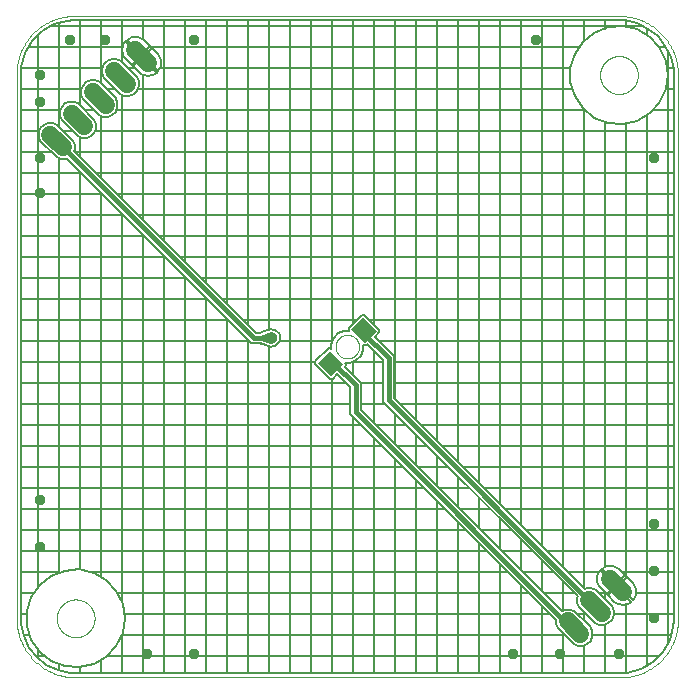
<source format=gbl>
G75*
%MOIN*%
%OFA0B0*%
%FSLAX25Y25*%
%IPPOS*%
%LPD*%
%AMOC8*
5,1,8,0,0,1.08239X$1,22.5*
%
%ADD10C,0.00039*%
%ADD11C,0.00000*%
%ADD12R,0.06299X0.05512*%
%ADD13C,0.06000*%
%ADD14C,0.01600*%
%ADD15C,0.00700*%
%ADD16OC8,0.03562*%
D10*
X0059997Y0061910D02*
X0059997Y0243406D01*
X0060003Y0243872D01*
X0060020Y0244338D01*
X0060048Y0244803D01*
X0060087Y0245268D01*
X0060138Y0245731D01*
X0060199Y0246193D01*
X0060272Y0246654D01*
X0060356Y0247112D01*
X0060451Y0247569D01*
X0060558Y0248023D01*
X0060675Y0248474D01*
X0060802Y0248922D01*
X0060941Y0249367D01*
X0061091Y0249809D01*
X0061251Y0250247D01*
X0061421Y0250681D01*
X0061602Y0251110D01*
X0061793Y0251535D01*
X0061995Y0251956D01*
X0062207Y0252371D01*
X0062428Y0252781D01*
X0062660Y0253186D01*
X0062901Y0253585D01*
X0063152Y0253978D01*
X0063412Y0254365D01*
X0063681Y0254745D01*
X0063960Y0255119D01*
X0064247Y0255486D01*
X0064544Y0255846D01*
X0064848Y0256198D01*
X0065162Y0256543D01*
X0065483Y0256881D01*
X0065813Y0257211D01*
X0066151Y0257532D01*
X0066496Y0257846D01*
X0066848Y0258150D01*
X0067208Y0258447D01*
X0067575Y0258734D01*
X0067949Y0259013D01*
X0068329Y0259282D01*
X0068716Y0259542D01*
X0069109Y0259793D01*
X0069508Y0260034D01*
X0069913Y0260266D01*
X0070323Y0260487D01*
X0070738Y0260699D01*
X0071159Y0260901D01*
X0071584Y0261092D01*
X0072013Y0261273D01*
X0072447Y0261443D01*
X0072885Y0261603D01*
X0073327Y0261753D01*
X0073772Y0261892D01*
X0074220Y0262019D01*
X0074671Y0262136D01*
X0075125Y0262243D01*
X0075582Y0262338D01*
X0076040Y0262422D01*
X0076501Y0262495D01*
X0076963Y0262556D01*
X0077426Y0262607D01*
X0077891Y0262646D01*
X0078356Y0262674D01*
X0078822Y0262691D01*
X0079288Y0262697D01*
X0260784Y0262697D01*
X0261260Y0262691D01*
X0261735Y0262674D01*
X0262210Y0262645D01*
X0262684Y0262605D01*
X0263157Y0262553D01*
X0263628Y0262490D01*
X0264098Y0262416D01*
X0264566Y0262330D01*
X0265032Y0262233D01*
X0265495Y0262125D01*
X0265955Y0262006D01*
X0266413Y0261875D01*
X0266867Y0261734D01*
X0267318Y0261581D01*
X0267764Y0261418D01*
X0268207Y0261244D01*
X0268645Y0261059D01*
X0269079Y0260864D01*
X0269508Y0260658D01*
X0269932Y0260442D01*
X0270351Y0260216D01*
X0270764Y0259980D01*
X0271171Y0259734D01*
X0271572Y0259478D01*
X0271966Y0259212D01*
X0272355Y0258937D01*
X0272736Y0258653D01*
X0273110Y0258360D01*
X0273478Y0258058D01*
X0273838Y0257746D01*
X0274190Y0257427D01*
X0274534Y0257099D01*
X0274871Y0256762D01*
X0275199Y0256418D01*
X0275518Y0256066D01*
X0275830Y0255706D01*
X0276132Y0255338D01*
X0276425Y0254964D01*
X0276709Y0254583D01*
X0276984Y0254194D01*
X0277250Y0253800D01*
X0277506Y0253399D01*
X0277752Y0252992D01*
X0277988Y0252579D01*
X0278214Y0252160D01*
X0278430Y0251736D01*
X0278636Y0251307D01*
X0278831Y0250873D01*
X0279016Y0250435D01*
X0279190Y0249992D01*
X0279353Y0249546D01*
X0279506Y0249095D01*
X0279647Y0248641D01*
X0279778Y0248183D01*
X0279897Y0247723D01*
X0280005Y0247260D01*
X0280102Y0246794D01*
X0280188Y0246326D01*
X0280262Y0245856D01*
X0280325Y0245385D01*
X0280377Y0244912D01*
X0280417Y0244438D01*
X0280446Y0243963D01*
X0280463Y0243488D01*
X0280469Y0243012D01*
X0280469Y0061516D01*
X0280463Y0061050D01*
X0280446Y0060584D01*
X0280418Y0060119D01*
X0280379Y0059654D01*
X0280328Y0059191D01*
X0280267Y0058729D01*
X0280194Y0058268D01*
X0280110Y0057810D01*
X0280015Y0057353D01*
X0279908Y0056899D01*
X0279791Y0056448D01*
X0279664Y0056000D01*
X0279525Y0055555D01*
X0279375Y0055113D01*
X0279215Y0054675D01*
X0279045Y0054241D01*
X0278864Y0053812D01*
X0278673Y0053387D01*
X0278471Y0052966D01*
X0278259Y0052551D01*
X0278038Y0052141D01*
X0277806Y0051736D01*
X0277565Y0051337D01*
X0277314Y0050944D01*
X0277054Y0050557D01*
X0276785Y0050177D01*
X0276506Y0049803D01*
X0276219Y0049436D01*
X0275922Y0049076D01*
X0275618Y0048724D01*
X0275304Y0048379D01*
X0274983Y0048041D01*
X0274653Y0047711D01*
X0274315Y0047390D01*
X0273970Y0047076D01*
X0273618Y0046772D01*
X0273258Y0046475D01*
X0272891Y0046188D01*
X0272517Y0045909D01*
X0272137Y0045640D01*
X0271750Y0045380D01*
X0271357Y0045129D01*
X0270958Y0044888D01*
X0270553Y0044656D01*
X0270143Y0044435D01*
X0269728Y0044223D01*
X0269307Y0044021D01*
X0268882Y0043830D01*
X0268453Y0043649D01*
X0268019Y0043479D01*
X0267581Y0043319D01*
X0267139Y0043169D01*
X0266694Y0043030D01*
X0266246Y0042903D01*
X0265795Y0042786D01*
X0265341Y0042679D01*
X0264884Y0042584D01*
X0264426Y0042500D01*
X0263965Y0042427D01*
X0263503Y0042366D01*
X0263040Y0042315D01*
X0262575Y0042276D01*
X0262110Y0042248D01*
X0261644Y0042231D01*
X0261178Y0042225D01*
X0079682Y0042225D01*
X0079206Y0042231D01*
X0078731Y0042248D01*
X0078256Y0042277D01*
X0077782Y0042317D01*
X0077309Y0042369D01*
X0076838Y0042432D01*
X0076368Y0042506D01*
X0075900Y0042592D01*
X0075434Y0042689D01*
X0074971Y0042797D01*
X0074511Y0042916D01*
X0074053Y0043047D01*
X0073599Y0043188D01*
X0073148Y0043341D01*
X0072702Y0043504D01*
X0072259Y0043678D01*
X0071821Y0043863D01*
X0071387Y0044058D01*
X0070958Y0044264D01*
X0070534Y0044480D01*
X0070115Y0044706D01*
X0069702Y0044942D01*
X0069295Y0045188D01*
X0068894Y0045444D01*
X0068500Y0045710D01*
X0068111Y0045985D01*
X0067730Y0046269D01*
X0067356Y0046562D01*
X0066988Y0046864D01*
X0066628Y0047176D01*
X0066276Y0047495D01*
X0065932Y0047823D01*
X0065595Y0048160D01*
X0065267Y0048504D01*
X0064948Y0048856D01*
X0064636Y0049216D01*
X0064334Y0049584D01*
X0064041Y0049958D01*
X0063757Y0050339D01*
X0063482Y0050728D01*
X0063216Y0051122D01*
X0062960Y0051523D01*
X0062714Y0051930D01*
X0062478Y0052343D01*
X0062252Y0052762D01*
X0062036Y0053186D01*
X0061830Y0053615D01*
X0061635Y0054049D01*
X0061450Y0054487D01*
X0061276Y0054930D01*
X0061113Y0055376D01*
X0060960Y0055827D01*
X0060819Y0056281D01*
X0060688Y0056739D01*
X0060569Y0057199D01*
X0060461Y0057662D01*
X0060364Y0058128D01*
X0060278Y0058596D01*
X0060204Y0059066D01*
X0060141Y0059537D01*
X0060089Y0060010D01*
X0060049Y0060484D01*
X0060020Y0060959D01*
X0060003Y0061434D01*
X0059997Y0061910D01*
D11*
X0073383Y0061910D02*
X0073385Y0062068D01*
X0073391Y0062226D01*
X0073401Y0062384D01*
X0073415Y0062542D01*
X0073433Y0062699D01*
X0073454Y0062856D01*
X0073480Y0063012D01*
X0073510Y0063168D01*
X0073543Y0063323D01*
X0073581Y0063476D01*
X0073622Y0063629D01*
X0073667Y0063781D01*
X0073716Y0063932D01*
X0073769Y0064081D01*
X0073825Y0064229D01*
X0073885Y0064375D01*
X0073949Y0064520D01*
X0074017Y0064663D01*
X0074088Y0064805D01*
X0074162Y0064945D01*
X0074240Y0065082D01*
X0074322Y0065218D01*
X0074406Y0065352D01*
X0074495Y0065483D01*
X0074586Y0065612D01*
X0074681Y0065739D01*
X0074778Y0065864D01*
X0074879Y0065986D01*
X0074983Y0066105D01*
X0075090Y0066222D01*
X0075200Y0066336D01*
X0075313Y0066447D01*
X0075428Y0066556D01*
X0075546Y0066661D01*
X0075667Y0066763D01*
X0075790Y0066863D01*
X0075916Y0066959D01*
X0076044Y0067052D01*
X0076174Y0067142D01*
X0076307Y0067228D01*
X0076442Y0067312D01*
X0076578Y0067391D01*
X0076717Y0067468D01*
X0076858Y0067540D01*
X0077000Y0067610D01*
X0077144Y0067675D01*
X0077290Y0067737D01*
X0077437Y0067795D01*
X0077586Y0067850D01*
X0077736Y0067901D01*
X0077887Y0067948D01*
X0078039Y0067991D01*
X0078192Y0068030D01*
X0078347Y0068066D01*
X0078502Y0068097D01*
X0078658Y0068125D01*
X0078814Y0068149D01*
X0078971Y0068169D01*
X0079129Y0068185D01*
X0079286Y0068197D01*
X0079445Y0068205D01*
X0079603Y0068209D01*
X0079761Y0068209D01*
X0079919Y0068205D01*
X0080078Y0068197D01*
X0080235Y0068185D01*
X0080393Y0068169D01*
X0080550Y0068149D01*
X0080706Y0068125D01*
X0080862Y0068097D01*
X0081017Y0068066D01*
X0081172Y0068030D01*
X0081325Y0067991D01*
X0081477Y0067948D01*
X0081628Y0067901D01*
X0081778Y0067850D01*
X0081927Y0067795D01*
X0082074Y0067737D01*
X0082220Y0067675D01*
X0082364Y0067610D01*
X0082506Y0067540D01*
X0082647Y0067468D01*
X0082786Y0067391D01*
X0082922Y0067312D01*
X0083057Y0067228D01*
X0083190Y0067142D01*
X0083320Y0067052D01*
X0083448Y0066959D01*
X0083574Y0066863D01*
X0083697Y0066763D01*
X0083818Y0066661D01*
X0083936Y0066556D01*
X0084051Y0066447D01*
X0084164Y0066336D01*
X0084274Y0066222D01*
X0084381Y0066105D01*
X0084485Y0065986D01*
X0084586Y0065864D01*
X0084683Y0065739D01*
X0084778Y0065612D01*
X0084869Y0065483D01*
X0084958Y0065352D01*
X0085042Y0065218D01*
X0085124Y0065082D01*
X0085202Y0064945D01*
X0085276Y0064805D01*
X0085347Y0064663D01*
X0085415Y0064520D01*
X0085479Y0064375D01*
X0085539Y0064229D01*
X0085595Y0064081D01*
X0085648Y0063932D01*
X0085697Y0063781D01*
X0085742Y0063629D01*
X0085783Y0063476D01*
X0085821Y0063323D01*
X0085854Y0063168D01*
X0085884Y0063012D01*
X0085910Y0062856D01*
X0085931Y0062699D01*
X0085949Y0062542D01*
X0085963Y0062384D01*
X0085973Y0062226D01*
X0085979Y0062068D01*
X0085981Y0061910D01*
X0085979Y0061752D01*
X0085973Y0061594D01*
X0085963Y0061436D01*
X0085949Y0061278D01*
X0085931Y0061121D01*
X0085910Y0060964D01*
X0085884Y0060808D01*
X0085854Y0060652D01*
X0085821Y0060497D01*
X0085783Y0060344D01*
X0085742Y0060191D01*
X0085697Y0060039D01*
X0085648Y0059888D01*
X0085595Y0059739D01*
X0085539Y0059591D01*
X0085479Y0059445D01*
X0085415Y0059300D01*
X0085347Y0059157D01*
X0085276Y0059015D01*
X0085202Y0058875D01*
X0085124Y0058738D01*
X0085042Y0058602D01*
X0084958Y0058468D01*
X0084869Y0058337D01*
X0084778Y0058208D01*
X0084683Y0058081D01*
X0084586Y0057956D01*
X0084485Y0057834D01*
X0084381Y0057715D01*
X0084274Y0057598D01*
X0084164Y0057484D01*
X0084051Y0057373D01*
X0083936Y0057264D01*
X0083818Y0057159D01*
X0083697Y0057057D01*
X0083574Y0056957D01*
X0083448Y0056861D01*
X0083320Y0056768D01*
X0083190Y0056678D01*
X0083057Y0056592D01*
X0082922Y0056508D01*
X0082786Y0056429D01*
X0082647Y0056352D01*
X0082506Y0056280D01*
X0082364Y0056210D01*
X0082220Y0056145D01*
X0082074Y0056083D01*
X0081927Y0056025D01*
X0081778Y0055970D01*
X0081628Y0055919D01*
X0081477Y0055872D01*
X0081325Y0055829D01*
X0081172Y0055790D01*
X0081017Y0055754D01*
X0080862Y0055723D01*
X0080706Y0055695D01*
X0080550Y0055671D01*
X0080393Y0055651D01*
X0080235Y0055635D01*
X0080078Y0055623D01*
X0079919Y0055615D01*
X0079761Y0055611D01*
X0079603Y0055611D01*
X0079445Y0055615D01*
X0079286Y0055623D01*
X0079129Y0055635D01*
X0078971Y0055651D01*
X0078814Y0055671D01*
X0078658Y0055695D01*
X0078502Y0055723D01*
X0078347Y0055754D01*
X0078192Y0055790D01*
X0078039Y0055829D01*
X0077887Y0055872D01*
X0077736Y0055919D01*
X0077586Y0055970D01*
X0077437Y0056025D01*
X0077290Y0056083D01*
X0077144Y0056145D01*
X0077000Y0056210D01*
X0076858Y0056280D01*
X0076717Y0056352D01*
X0076578Y0056429D01*
X0076442Y0056508D01*
X0076307Y0056592D01*
X0076174Y0056678D01*
X0076044Y0056768D01*
X0075916Y0056861D01*
X0075790Y0056957D01*
X0075667Y0057057D01*
X0075546Y0057159D01*
X0075428Y0057264D01*
X0075313Y0057373D01*
X0075200Y0057484D01*
X0075090Y0057598D01*
X0074983Y0057715D01*
X0074879Y0057834D01*
X0074778Y0057956D01*
X0074681Y0058081D01*
X0074586Y0058208D01*
X0074495Y0058337D01*
X0074406Y0058468D01*
X0074322Y0058602D01*
X0074240Y0058738D01*
X0074162Y0058875D01*
X0074088Y0059015D01*
X0074017Y0059157D01*
X0073949Y0059300D01*
X0073885Y0059445D01*
X0073825Y0059591D01*
X0073769Y0059739D01*
X0073716Y0059888D01*
X0073667Y0060039D01*
X0073622Y0060191D01*
X0073581Y0060344D01*
X0073543Y0060497D01*
X0073510Y0060652D01*
X0073480Y0060808D01*
X0073454Y0060964D01*
X0073433Y0061121D01*
X0073415Y0061278D01*
X0073401Y0061436D01*
X0073391Y0061594D01*
X0073385Y0061752D01*
X0073383Y0061910D01*
X0166296Y0152461D02*
X0166298Y0152586D01*
X0166304Y0152711D01*
X0166314Y0152835D01*
X0166328Y0152959D01*
X0166345Y0153083D01*
X0166367Y0153206D01*
X0166393Y0153328D01*
X0166422Y0153450D01*
X0166455Y0153570D01*
X0166493Y0153689D01*
X0166533Y0153808D01*
X0166578Y0153924D01*
X0166626Y0154039D01*
X0166678Y0154153D01*
X0166734Y0154265D01*
X0166793Y0154375D01*
X0166855Y0154483D01*
X0166921Y0154590D01*
X0166990Y0154694D01*
X0167063Y0154795D01*
X0167138Y0154895D01*
X0167217Y0154992D01*
X0167299Y0155086D01*
X0167384Y0155178D01*
X0167471Y0155267D01*
X0167562Y0155353D01*
X0167655Y0155436D01*
X0167751Y0155517D01*
X0167849Y0155594D01*
X0167949Y0155668D01*
X0168052Y0155739D01*
X0168157Y0155806D01*
X0168265Y0155871D01*
X0168374Y0155931D01*
X0168485Y0155989D01*
X0168598Y0156042D01*
X0168712Y0156092D01*
X0168828Y0156139D01*
X0168945Y0156181D01*
X0169064Y0156220D01*
X0169184Y0156256D01*
X0169305Y0156287D01*
X0169427Y0156315D01*
X0169549Y0156338D01*
X0169673Y0156358D01*
X0169797Y0156374D01*
X0169921Y0156386D01*
X0170046Y0156394D01*
X0170171Y0156398D01*
X0170295Y0156398D01*
X0170420Y0156394D01*
X0170545Y0156386D01*
X0170669Y0156374D01*
X0170793Y0156358D01*
X0170917Y0156338D01*
X0171039Y0156315D01*
X0171161Y0156287D01*
X0171282Y0156256D01*
X0171402Y0156220D01*
X0171521Y0156181D01*
X0171638Y0156139D01*
X0171754Y0156092D01*
X0171868Y0156042D01*
X0171981Y0155989D01*
X0172092Y0155931D01*
X0172202Y0155871D01*
X0172309Y0155806D01*
X0172414Y0155739D01*
X0172517Y0155668D01*
X0172617Y0155594D01*
X0172715Y0155517D01*
X0172811Y0155436D01*
X0172904Y0155353D01*
X0172995Y0155267D01*
X0173082Y0155178D01*
X0173167Y0155086D01*
X0173249Y0154992D01*
X0173328Y0154895D01*
X0173403Y0154795D01*
X0173476Y0154694D01*
X0173545Y0154590D01*
X0173611Y0154483D01*
X0173673Y0154375D01*
X0173732Y0154265D01*
X0173788Y0154153D01*
X0173840Y0154039D01*
X0173888Y0153924D01*
X0173933Y0153808D01*
X0173973Y0153689D01*
X0174011Y0153570D01*
X0174044Y0153450D01*
X0174073Y0153328D01*
X0174099Y0153206D01*
X0174121Y0153083D01*
X0174138Y0152959D01*
X0174152Y0152835D01*
X0174162Y0152711D01*
X0174168Y0152586D01*
X0174170Y0152461D01*
X0174168Y0152336D01*
X0174162Y0152211D01*
X0174152Y0152087D01*
X0174138Y0151963D01*
X0174121Y0151839D01*
X0174099Y0151716D01*
X0174073Y0151594D01*
X0174044Y0151472D01*
X0174011Y0151352D01*
X0173973Y0151233D01*
X0173933Y0151114D01*
X0173888Y0150998D01*
X0173840Y0150883D01*
X0173788Y0150769D01*
X0173732Y0150657D01*
X0173673Y0150547D01*
X0173611Y0150439D01*
X0173545Y0150332D01*
X0173476Y0150228D01*
X0173403Y0150127D01*
X0173328Y0150027D01*
X0173249Y0149930D01*
X0173167Y0149836D01*
X0173082Y0149744D01*
X0172995Y0149655D01*
X0172904Y0149569D01*
X0172811Y0149486D01*
X0172715Y0149405D01*
X0172617Y0149328D01*
X0172517Y0149254D01*
X0172414Y0149183D01*
X0172309Y0149116D01*
X0172201Y0149051D01*
X0172092Y0148991D01*
X0171981Y0148933D01*
X0171868Y0148880D01*
X0171754Y0148830D01*
X0171638Y0148783D01*
X0171521Y0148741D01*
X0171402Y0148702D01*
X0171282Y0148666D01*
X0171161Y0148635D01*
X0171039Y0148607D01*
X0170917Y0148584D01*
X0170793Y0148564D01*
X0170669Y0148548D01*
X0170545Y0148536D01*
X0170420Y0148528D01*
X0170295Y0148524D01*
X0170171Y0148524D01*
X0170046Y0148528D01*
X0169921Y0148536D01*
X0169797Y0148548D01*
X0169673Y0148564D01*
X0169549Y0148584D01*
X0169427Y0148607D01*
X0169305Y0148635D01*
X0169184Y0148666D01*
X0169064Y0148702D01*
X0168945Y0148741D01*
X0168828Y0148783D01*
X0168712Y0148830D01*
X0168598Y0148880D01*
X0168485Y0148933D01*
X0168374Y0148991D01*
X0168264Y0149051D01*
X0168157Y0149116D01*
X0168052Y0149183D01*
X0167949Y0149254D01*
X0167849Y0149328D01*
X0167751Y0149405D01*
X0167655Y0149486D01*
X0167562Y0149569D01*
X0167471Y0149655D01*
X0167384Y0149744D01*
X0167299Y0149836D01*
X0167217Y0149930D01*
X0167138Y0150027D01*
X0167063Y0150127D01*
X0166990Y0150228D01*
X0166921Y0150332D01*
X0166855Y0150439D01*
X0166793Y0150547D01*
X0166734Y0150657D01*
X0166678Y0150769D01*
X0166626Y0150883D01*
X0166578Y0150998D01*
X0166533Y0151114D01*
X0166493Y0151233D01*
X0166455Y0151352D01*
X0166422Y0151472D01*
X0166393Y0151594D01*
X0166367Y0151716D01*
X0166345Y0151839D01*
X0166328Y0151963D01*
X0166314Y0152087D01*
X0166304Y0152211D01*
X0166298Y0152336D01*
X0166296Y0152461D01*
X0254485Y0243012D02*
X0254487Y0243170D01*
X0254493Y0243328D01*
X0254503Y0243486D01*
X0254517Y0243644D01*
X0254535Y0243801D01*
X0254556Y0243958D01*
X0254582Y0244114D01*
X0254612Y0244270D01*
X0254645Y0244425D01*
X0254683Y0244578D01*
X0254724Y0244731D01*
X0254769Y0244883D01*
X0254818Y0245034D01*
X0254871Y0245183D01*
X0254927Y0245331D01*
X0254987Y0245477D01*
X0255051Y0245622D01*
X0255119Y0245765D01*
X0255190Y0245907D01*
X0255264Y0246047D01*
X0255342Y0246184D01*
X0255424Y0246320D01*
X0255508Y0246454D01*
X0255597Y0246585D01*
X0255688Y0246714D01*
X0255783Y0246841D01*
X0255880Y0246966D01*
X0255981Y0247088D01*
X0256085Y0247207D01*
X0256192Y0247324D01*
X0256302Y0247438D01*
X0256415Y0247549D01*
X0256530Y0247658D01*
X0256648Y0247763D01*
X0256769Y0247865D01*
X0256892Y0247965D01*
X0257018Y0248061D01*
X0257146Y0248154D01*
X0257276Y0248244D01*
X0257409Y0248330D01*
X0257544Y0248414D01*
X0257680Y0248493D01*
X0257819Y0248570D01*
X0257960Y0248642D01*
X0258102Y0248712D01*
X0258246Y0248777D01*
X0258392Y0248839D01*
X0258539Y0248897D01*
X0258688Y0248952D01*
X0258838Y0249003D01*
X0258989Y0249050D01*
X0259141Y0249093D01*
X0259294Y0249132D01*
X0259449Y0249168D01*
X0259604Y0249199D01*
X0259760Y0249227D01*
X0259916Y0249251D01*
X0260073Y0249271D01*
X0260231Y0249287D01*
X0260388Y0249299D01*
X0260547Y0249307D01*
X0260705Y0249311D01*
X0260863Y0249311D01*
X0261021Y0249307D01*
X0261180Y0249299D01*
X0261337Y0249287D01*
X0261495Y0249271D01*
X0261652Y0249251D01*
X0261808Y0249227D01*
X0261964Y0249199D01*
X0262119Y0249168D01*
X0262274Y0249132D01*
X0262427Y0249093D01*
X0262579Y0249050D01*
X0262730Y0249003D01*
X0262880Y0248952D01*
X0263029Y0248897D01*
X0263176Y0248839D01*
X0263322Y0248777D01*
X0263466Y0248712D01*
X0263608Y0248642D01*
X0263749Y0248570D01*
X0263888Y0248493D01*
X0264024Y0248414D01*
X0264159Y0248330D01*
X0264292Y0248244D01*
X0264422Y0248154D01*
X0264550Y0248061D01*
X0264676Y0247965D01*
X0264799Y0247865D01*
X0264920Y0247763D01*
X0265038Y0247658D01*
X0265153Y0247549D01*
X0265266Y0247438D01*
X0265376Y0247324D01*
X0265483Y0247207D01*
X0265587Y0247088D01*
X0265688Y0246966D01*
X0265785Y0246841D01*
X0265880Y0246714D01*
X0265971Y0246585D01*
X0266060Y0246454D01*
X0266144Y0246320D01*
X0266226Y0246184D01*
X0266304Y0246047D01*
X0266378Y0245907D01*
X0266449Y0245765D01*
X0266517Y0245622D01*
X0266581Y0245477D01*
X0266641Y0245331D01*
X0266697Y0245183D01*
X0266750Y0245034D01*
X0266799Y0244883D01*
X0266844Y0244731D01*
X0266885Y0244578D01*
X0266923Y0244425D01*
X0266956Y0244270D01*
X0266986Y0244114D01*
X0267012Y0243958D01*
X0267033Y0243801D01*
X0267051Y0243644D01*
X0267065Y0243486D01*
X0267075Y0243328D01*
X0267081Y0243170D01*
X0267083Y0243012D01*
X0267081Y0242854D01*
X0267075Y0242696D01*
X0267065Y0242538D01*
X0267051Y0242380D01*
X0267033Y0242223D01*
X0267012Y0242066D01*
X0266986Y0241910D01*
X0266956Y0241754D01*
X0266923Y0241599D01*
X0266885Y0241446D01*
X0266844Y0241293D01*
X0266799Y0241141D01*
X0266750Y0240990D01*
X0266697Y0240841D01*
X0266641Y0240693D01*
X0266581Y0240547D01*
X0266517Y0240402D01*
X0266449Y0240259D01*
X0266378Y0240117D01*
X0266304Y0239977D01*
X0266226Y0239840D01*
X0266144Y0239704D01*
X0266060Y0239570D01*
X0265971Y0239439D01*
X0265880Y0239310D01*
X0265785Y0239183D01*
X0265688Y0239058D01*
X0265587Y0238936D01*
X0265483Y0238817D01*
X0265376Y0238700D01*
X0265266Y0238586D01*
X0265153Y0238475D01*
X0265038Y0238366D01*
X0264920Y0238261D01*
X0264799Y0238159D01*
X0264676Y0238059D01*
X0264550Y0237963D01*
X0264422Y0237870D01*
X0264292Y0237780D01*
X0264159Y0237694D01*
X0264024Y0237610D01*
X0263888Y0237531D01*
X0263749Y0237454D01*
X0263608Y0237382D01*
X0263466Y0237312D01*
X0263322Y0237247D01*
X0263176Y0237185D01*
X0263029Y0237127D01*
X0262880Y0237072D01*
X0262730Y0237021D01*
X0262579Y0236974D01*
X0262427Y0236931D01*
X0262274Y0236892D01*
X0262119Y0236856D01*
X0261964Y0236825D01*
X0261808Y0236797D01*
X0261652Y0236773D01*
X0261495Y0236753D01*
X0261337Y0236737D01*
X0261180Y0236725D01*
X0261021Y0236717D01*
X0260863Y0236713D01*
X0260705Y0236713D01*
X0260547Y0236717D01*
X0260388Y0236725D01*
X0260231Y0236737D01*
X0260073Y0236753D01*
X0259916Y0236773D01*
X0259760Y0236797D01*
X0259604Y0236825D01*
X0259449Y0236856D01*
X0259294Y0236892D01*
X0259141Y0236931D01*
X0258989Y0236974D01*
X0258838Y0237021D01*
X0258688Y0237072D01*
X0258539Y0237127D01*
X0258392Y0237185D01*
X0258246Y0237247D01*
X0258102Y0237312D01*
X0257960Y0237382D01*
X0257819Y0237454D01*
X0257680Y0237531D01*
X0257544Y0237610D01*
X0257409Y0237694D01*
X0257276Y0237780D01*
X0257146Y0237870D01*
X0257018Y0237963D01*
X0256892Y0238059D01*
X0256769Y0238159D01*
X0256648Y0238261D01*
X0256530Y0238366D01*
X0256415Y0238475D01*
X0256302Y0238586D01*
X0256192Y0238700D01*
X0256085Y0238817D01*
X0255981Y0238936D01*
X0255880Y0239058D01*
X0255783Y0239183D01*
X0255688Y0239310D01*
X0255597Y0239439D01*
X0255508Y0239570D01*
X0255424Y0239704D01*
X0255342Y0239840D01*
X0255264Y0239977D01*
X0255190Y0240117D01*
X0255119Y0240259D01*
X0255051Y0240402D01*
X0254987Y0240547D01*
X0254927Y0240693D01*
X0254871Y0240841D01*
X0254818Y0240990D01*
X0254769Y0241141D01*
X0254724Y0241293D01*
X0254683Y0241446D01*
X0254645Y0241599D01*
X0254612Y0241754D01*
X0254582Y0241910D01*
X0254556Y0242066D01*
X0254535Y0242223D01*
X0254517Y0242380D01*
X0254503Y0242538D01*
X0254493Y0242696D01*
X0254487Y0242854D01*
X0254485Y0243012D01*
D12*
G36*
X0175524Y0162204D02*
X0179976Y0157752D01*
X0176078Y0153854D01*
X0171626Y0158306D01*
X0175524Y0162204D01*
G37*
G36*
X0164388Y0151068D02*
X0168840Y0146616D01*
X0164942Y0142718D01*
X0160490Y0147170D01*
X0164388Y0151068D01*
G37*
D13*
X0082606Y0225946D02*
X0078363Y0230189D01*
X0071292Y0223117D02*
X0075535Y0218875D01*
X0089677Y0233017D02*
X0085434Y0237260D01*
X0092506Y0244331D02*
X0096748Y0240088D01*
X0103819Y0247159D02*
X0099577Y0251402D01*
X0257860Y0075039D02*
X0262102Y0070797D01*
X0255031Y0063726D02*
X0250789Y0067968D01*
X0243718Y0060897D02*
X0247960Y0056655D01*
D14*
X0246808Y0056792D02*
X0246808Y0057807D01*
X0245839Y0058776D01*
X0246808Y0056792D02*
X0172989Y0130611D01*
X0172989Y0139666D01*
X0165222Y0147433D01*
X0164665Y0146893D01*
X0175261Y0157472D02*
X0184012Y0148721D01*
X0184012Y0134745D01*
X0252910Y0065847D01*
X0175261Y0157472D02*
X0175801Y0158029D01*
X0145036Y0155414D02*
X0144642Y0156527D01*
X0141493Y0155414D01*
X0144642Y0154300D01*
X0145036Y0155414D01*
X0141493Y0155414D01*
X0138996Y0155414D01*
X0073414Y0220996D01*
D15*
X0062394Y0055861D02*
X0064174Y0052166D01*
X0066731Y0048959D01*
X0069937Y0046402D01*
X0073633Y0044622D01*
X0077631Y0043710D01*
X0079682Y0043595D01*
X0261178Y0043595D01*
X0263517Y0043748D01*
X0268036Y0044959D01*
X0272088Y0047298D01*
X0275396Y0050606D01*
X0277735Y0054658D01*
X0278946Y0059177D01*
X0279099Y0061516D01*
X0279099Y0243012D01*
X0278984Y0245063D01*
X0278072Y0249062D01*
X0276292Y0252757D01*
X0273735Y0255963D01*
X0270528Y0258520D01*
X0266833Y0260300D01*
X0262835Y0261213D01*
X0260784Y0261328D01*
X0079288Y0261328D01*
X0076949Y0261174D01*
X0072430Y0259963D01*
X0068378Y0257624D01*
X0065070Y0254316D01*
X0065070Y0254316D01*
X0062731Y0250264D01*
X0061520Y0245745D01*
X0061366Y0243406D01*
X0061366Y0061910D01*
X0061482Y0059859D01*
X0062394Y0055861D01*
X0062311Y0056225D02*
X0064516Y0056225D01*
X0064951Y0054816D02*
X0063514Y0059473D01*
X0063514Y0064347D01*
X0064951Y0069004D01*
X0067696Y0073031D01*
X0067696Y0073031D01*
X0071507Y0076069D01*
X0071507Y0076069D01*
X0076044Y0077850D01*
X0076044Y0077850D01*
X0080904Y0078214D01*
X0080904Y0078214D01*
X0085655Y0077130D01*
X0085655Y0077130D01*
X0089876Y0074693D01*
X0089876Y0074693D01*
X0093191Y0071120D01*
X0093191Y0071120D01*
X0095305Y0066729D01*
X0095305Y0066729D01*
X0096032Y0061910D01*
X0095305Y0057091D01*
X0095305Y0057091D01*
X0093191Y0052700D01*
X0093191Y0052700D01*
X0089876Y0049127D01*
X0089876Y0049127D01*
X0085655Y0046690D01*
X0085655Y0046690D01*
X0080904Y0045606D01*
X0080904Y0045606D01*
X0076044Y0045970D01*
X0076044Y0045970D01*
X0071507Y0047750D01*
X0071507Y0047750D01*
X0067696Y0050789D01*
X0067696Y0050789D01*
X0067696Y0050789D01*
X0064951Y0054816D01*
X0066997Y0051815D02*
X0066997Y0048747D01*
X0066519Y0049225D02*
X0069658Y0049225D01*
X0073997Y0046773D02*
X0073997Y0044539D01*
X0080997Y0043595D02*
X0080997Y0045627D01*
X0087997Y0043595D02*
X0087997Y0048042D01*
X0089967Y0049225D02*
X0274015Y0049225D01*
X0276997Y0053379D02*
X0276997Y0242101D01*
X0277134Y0243012D02*
X0276408Y0238193D01*
X0274293Y0233802D01*
X0274293Y0233802D01*
X0270978Y0230229D01*
X0270978Y0230229D01*
X0270978Y0230229D01*
X0266757Y0227793D01*
X0266757Y0227793D01*
X0262006Y0226708D01*
X0262006Y0226708D01*
X0257146Y0227072D01*
X0257146Y0227072D01*
X0252609Y0228853D01*
X0252609Y0228853D01*
X0248799Y0231892D01*
X0248799Y0231892D01*
X0248799Y0231892D01*
X0246053Y0235918D01*
X0246053Y0235918D01*
X0244617Y0240575D01*
X0244617Y0245449D01*
X0246053Y0250106D01*
X0246053Y0250106D01*
X0248799Y0254133D01*
X0248799Y0254133D01*
X0248799Y0254133D01*
X0252609Y0257172D01*
X0252609Y0257172D01*
X0257146Y0258952D01*
X0257146Y0258952D01*
X0262006Y0259317D01*
X0262006Y0259317D01*
X0266757Y0258232D01*
X0266757Y0258232D01*
X0270978Y0255795D01*
X0270978Y0255795D01*
X0274293Y0252223D01*
X0274293Y0252223D01*
X0276408Y0247832D01*
X0276408Y0247832D01*
X0277134Y0243012D01*
X0276997Y0243924D02*
X0276997Y0251294D01*
X0276548Y0252225D02*
X0274291Y0252225D01*
X0269997Y0256362D02*
X0269997Y0258776D01*
X0269065Y0259225D02*
X0262408Y0259225D01*
X0262997Y0259090D02*
X0262997Y0261176D01*
X0260783Y0259225D02*
X0071151Y0259225D01*
X0073997Y0260383D02*
X0073997Y0225999D01*
X0073530Y0226466D02*
X0072078Y0227067D01*
X0070507Y0227067D01*
X0069055Y0226466D01*
X0067944Y0225355D01*
X0067342Y0223903D01*
X0067342Y0222332D01*
X0067944Y0220880D01*
X0073297Y0215526D01*
X0074749Y0214925D01*
X0076321Y0214925D01*
X0076808Y0215127D01*
X0138271Y0153664D01*
X0141096Y0153664D01*
X0141393Y0153522D01*
X0141493Y0153558D01*
X0143758Y0152757D01*
X0143871Y0152717D01*
X0143905Y0152683D01*
X0143967Y0152683D01*
X0144742Y0152409D01*
X0144742Y0152409D01*
X0144742Y0152409D01*
X0145316Y0152683D01*
X0146167Y0152683D01*
X0147767Y0154283D01*
X0147767Y0156545D01*
X0146167Y0158145D01*
X0145316Y0158145D01*
X0144742Y0158419D01*
X0143987Y0158152D01*
X0143968Y0158145D01*
X0143905Y0158145D01*
X0143871Y0158111D01*
X0141493Y0157270D01*
X0141393Y0157305D01*
X0141096Y0157164D01*
X0139721Y0157164D01*
X0079283Y0217602D01*
X0079485Y0218089D01*
X0079485Y0219661D01*
X0078884Y0221112D01*
X0073530Y0226466D01*
X0075015Y0227951D02*
X0080369Y0222597D01*
X0081820Y0221996D01*
X0083392Y0221996D01*
X0084843Y0222597D01*
X0085955Y0223708D01*
X0086556Y0225160D01*
X0086556Y0226732D01*
X0085955Y0228183D01*
X0080601Y0233537D01*
X0079149Y0234139D01*
X0077578Y0234139D01*
X0076126Y0233537D01*
X0075015Y0232426D01*
X0074413Y0230974D01*
X0074413Y0229403D01*
X0075015Y0227951D01*
X0074517Y0231225D02*
X0061366Y0231225D01*
X0061366Y0238225D02*
X0081559Y0238225D01*
X0081484Y0238045D02*
X0081484Y0236474D01*
X0082086Y0235022D01*
X0087440Y0229668D01*
X0088891Y0229067D01*
X0090463Y0229067D01*
X0091915Y0229668D01*
X0093026Y0230780D01*
X0093627Y0232231D01*
X0093627Y0233803D01*
X0093026Y0235255D01*
X0087672Y0240608D01*
X0086220Y0241210D01*
X0084649Y0241210D01*
X0083197Y0240608D01*
X0082086Y0239497D01*
X0081484Y0238045D01*
X0080997Y0233141D02*
X0080997Y0261328D01*
X0087997Y0261328D02*
X0087997Y0240284D01*
X0089157Y0242093D02*
X0094511Y0236739D01*
X0095962Y0236138D01*
X0097534Y0236138D01*
X0098986Y0236739D01*
X0100097Y0237851D01*
X0100698Y0239302D01*
X0100698Y0240874D01*
X0100097Y0242326D01*
X0094743Y0247679D01*
X0093291Y0248281D01*
X0091720Y0248281D01*
X0090268Y0247679D01*
X0089157Y0246568D01*
X0088556Y0245116D01*
X0088556Y0243545D01*
X0089157Y0242093D01*
X0088600Y0245225D02*
X0061486Y0245225D01*
X0063863Y0252225D02*
X0095303Y0252225D01*
X0095334Y0252420D02*
X0095227Y0251744D01*
X0095227Y0251059D01*
X0095334Y0250383D01*
X0095545Y0249732D01*
X0095856Y0249122D01*
X0096259Y0248568D01*
X0098374Y0246452D01*
X0101203Y0249280D01*
X0101698Y0248785D01*
X0102193Y0249280D01*
X0107142Y0244332D01*
X0107540Y0244879D01*
X0107850Y0245489D01*
X0108062Y0246141D01*
X0108169Y0246817D01*
X0108169Y0247501D01*
X0108062Y0248178D01*
X0107850Y0248829D01*
X0107540Y0249439D01*
X0107137Y0249993D01*
X0105021Y0252109D01*
X0102193Y0249280D01*
X0101698Y0249775D01*
X0104526Y0252604D01*
X0102410Y0254720D01*
X0101856Y0255122D01*
X0101246Y0255433D01*
X0100595Y0255645D01*
X0099919Y0255752D01*
X0099234Y0255752D01*
X0098558Y0255645D01*
X0097907Y0255433D01*
X0097297Y0255122D01*
X0096749Y0254724D01*
X0101698Y0249775D01*
X0101203Y0249280D01*
X0096254Y0254229D01*
X0095856Y0253682D01*
X0095545Y0253072D01*
X0095334Y0252420D01*
X0098258Y0252225D02*
X0099248Y0252225D01*
X0101997Y0250074D02*
X0101997Y0249477D01*
X0101997Y0249084D02*
X0101997Y0248487D01*
X0101698Y0248785D02*
X0106647Y0243837D01*
X0106099Y0243439D01*
X0105489Y0243128D01*
X0104838Y0242916D01*
X0104162Y0242809D01*
X0103477Y0242809D01*
X0102801Y0242916D01*
X0102149Y0243128D01*
X0101539Y0243439D01*
X0100985Y0243841D01*
X0098869Y0245957D01*
X0101698Y0248785D01*
X0099602Y0245225D02*
X0097197Y0245225D01*
X0094997Y0247426D02*
X0094997Y0261328D01*
X0101997Y0261328D02*
X0101997Y0255020D01*
X0104147Y0252225D02*
X0247498Y0252225D01*
X0248997Y0254291D02*
X0248997Y0261328D01*
X0255997Y0261328D02*
X0255997Y0258501D01*
X0241997Y0261328D02*
X0241997Y0079235D01*
X0244007Y0077225D02*
X0254091Y0077225D01*
X0254139Y0077319D02*
X0253829Y0076709D01*
X0253617Y0076058D01*
X0253510Y0075382D01*
X0253510Y0074697D01*
X0253617Y0074021D01*
X0253829Y0073370D01*
X0254139Y0072759D01*
X0254542Y0072206D01*
X0256658Y0070090D01*
X0259486Y0072918D01*
X0259981Y0072423D01*
X0257153Y0069595D01*
X0259269Y0067479D01*
X0259823Y0067076D01*
X0260433Y0066765D01*
X0261084Y0066554D01*
X0261760Y0066447D01*
X0262445Y0066447D01*
X0263121Y0066554D01*
X0263772Y0066765D01*
X0264382Y0067076D01*
X0264930Y0067474D01*
X0259981Y0072423D01*
X0260476Y0072918D01*
X0265425Y0067969D01*
X0265823Y0068517D01*
X0266134Y0069127D01*
X0266345Y0069778D01*
X0266452Y0070454D01*
X0266452Y0071139D01*
X0266345Y0071815D01*
X0266134Y0072467D01*
X0265823Y0073077D01*
X0265420Y0073631D01*
X0263305Y0075746D01*
X0260476Y0072918D01*
X0259981Y0073413D01*
X0259486Y0072918D01*
X0254537Y0077867D01*
X0254139Y0077319D01*
X0255179Y0077225D02*
X0256169Y0077225D01*
X0255997Y0077397D02*
X0255997Y0076407D01*
X0255032Y0078362D02*
X0259981Y0073413D01*
X0262810Y0076241D01*
X0260694Y0078357D01*
X0260140Y0078760D01*
X0259530Y0079071D01*
X0258878Y0079282D01*
X0258202Y0079389D01*
X0257517Y0079389D01*
X0256841Y0079282D01*
X0256190Y0079071D01*
X0255580Y0078760D01*
X0255032Y0078362D01*
X0255997Y0078972D02*
X0255997Y0227523D01*
X0262997Y0226934D02*
X0262997Y0075439D01*
X0261826Y0077225D02*
X0279099Y0077225D01*
X0279099Y0084225D02*
X0237007Y0084225D01*
X0234997Y0086235D02*
X0234997Y0261328D01*
X0227997Y0261328D02*
X0227997Y0093235D01*
X0230007Y0091225D02*
X0279099Y0091225D01*
X0279099Y0098225D02*
X0223007Y0098225D01*
X0220997Y0100235D02*
X0220997Y0261328D01*
X0213997Y0261328D02*
X0213997Y0107235D01*
X0216007Y0105225D02*
X0279099Y0105225D01*
X0279099Y0112225D02*
X0209007Y0112225D01*
X0206997Y0114235D02*
X0206997Y0261328D01*
X0199997Y0261328D02*
X0199997Y0121235D01*
X0202007Y0119225D02*
X0279099Y0119225D01*
X0279099Y0126225D02*
X0195007Y0126225D01*
X0192997Y0128235D02*
X0192997Y0261328D01*
X0185997Y0261328D02*
X0185997Y0135235D01*
X0185762Y0135469D02*
X0185762Y0149446D01*
X0184737Y0150471D01*
X0179389Y0155819D01*
X0180927Y0157357D01*
X0180927Y0158144D01*
X0175916Y0163155D01*
X0175129Y0163155D01*
X0170675Y0158701D01*
X0170675Y0157914D01*
X0170841Y0157748D01*
X0169181Y0157748D01*
X0167238Y0156943D01*
X0165751Y0155456D01*
X0164946Y0153513D01*
X0164946Y0151854D01*
X0164780Y0152019D01*
X0163993Y0152019D01*
X0159539Y0147565D01*
X0159539Y0146778D01*
X0164550Y0141768D01*
X0165337Y0141768D01*
X0166875Y0143305D01*
X0171239Y0138941D01*
X0171239Y0129886D01*
X0239768Y0061357D01*
X0239768Y0060112D01*
X0240369Y0058660D01*
X0245723Y0053306D01*
X0247175Y0052705D01*
X0248746Y0052705D01*
X0250198Y0053306D01*
X0251309Y0054417D01*
X0251910Y0055869D01*
X0251910Y0057440D01*
X0251309Y0058892D01*
X0245955Y0064246D01*
X0244503Y0064847D01*
X0242932Y0064847D01*
X0241727Y0064348D01*
X0174739Y0131336D01*
X0174739Y0140391D01*
X0173714Y0141416D01*
X0169350Y0145780D01*
X0169791Y0146221D01*
X0169791Y0147009D01*
X0169625Y0147174D01*
X0171285Y0147174D01*
X0173228Y0147979D01*
X0174715Y0149466D01*
X0175520Y0151409D01*
X0175520Y0153069D01*
X0175686Y0152903D01*
X0176473Y0152903D01*
X0176914Y0153345D01*
X0182262Y0147996D01*
X0182262Y0134020D01*
X0247041Y0069241D01*
X0246839Y0068754D01*
X0246839Y0067183D01*
X0247440Y0065731D01*
X0252794Y0060377D01*
X0254246Y0059776D01*
X0255817Y0059776D01*
X0257269Y0060377D01*
X0258380Y0061488D01*
X0258981Y0062940D01*
X0258981Y0064511D01*
X0258380Y0065963D01*
X0253026Y0071317D01*
X0251574Y0071918D01*
X0250003Y0071918D01*
X0249516Y0071716D01*
X0185762Y0135469D01*
X0188007Y0133225D02*
X0279099Y0133225D01*
X0279099Y0140225D02*
X0185762Y0140225D01*
X0182262Y0140225D02*
X0174739Y0140225D01*
X0171997Y0143133D02*
X0171997Y0147469D01*
X0171407Y0147225D02*
X0182262Y0147225D01*
X0185762Y0147225D02*
X0279099Y0147225D01*
X0279099Y0154225D02*
X0180983Y0154225D01*
X0178997Y0151262D02*
X0178997Y0127078D01*
X0179850Y0126225D02*
X0190057Y0126225D01*
X0192997Y0123286D02*
X0192997Y0113078D01*
X0193850Y0112225D02*
X0204057Y0112225D01*
X0206997Y0109286D02*
X0206997Y0099078D01*
X0207850Y0098225D02*
X0218057Y0098225D01*
X0220997Y0095286D02*
X0220997Y0085078D01*
X0221850Y0084225D02*
X0232057Y0084225D01*
X0234997Y0081286D02*
X0234997Y0071078D01*
X0235850Y0070225D02*
X0246057Y0070225D01*
X0248997Y0072235D02*
X0248997Y0231734D01*
X0249635Y0231225D02*
X0093210Y0231225D01*
X0087997Y0229438D02*
X0087997Y0208888D01*
X0086660Y0210225D02*
X0279099Y0210225D01*
X0279099Y0217225D02*
X0079660Y0217225D01*
X0080997Y0215888D02*
X0080997Y0222337D01*
X0078741Y0224225D02*
X0075771Y0224225D01*
X0071599Y0217225D02*
X0061366Y0217225D01*
X0061366Y0224225D02*
X0067476Y0224225D01*
X0073997Y0215237D02*
X0073997Y0077047D01*
X0074451Y0077225D02*
X0061366Y0077225D01*
X0061366Y0084225D02*
X0216900Y0084225D01*
X0213997Y0087128D02*
X0213997Y0043595D01*
X0220997Y0043595D02*
X0220997Y0080128D01*
X0223900Y0077225D02*
X0085238Y0077225D01*
X0087997Y0075778D02*
X0087997Y0203938D01*
X0088710Y0203225D02*
X0061366Y0203225D01*
X0061366Y0210225D02*
X0081710Y0210225D01*
X0080997Y0210938D02*
X0080997Y0078193D01*
X0093622Y0070225D02*
X0230900Y0070225D01*
X0227997Y0073128D02*
X0227997Y0043595D01*
X0234997Y0043595D02*
X0234997Y0066128D01*
X0237900Y0063225D02*
X0095834Y0063225D01*
X0094997Y0067370D02*
X0094997Y0196938D01*
X0095710Y0196225D02*
X0061366Y0196225D01*
X0061366Y0189225D02*
X0102710Y0189225D01*
X0101997Y0189938D02*
X0101997Y0043595D01*
X0108997Y0043595D02*
X0108997Y0182938D01*
X0109710Y0182225D02*
X0061366Y0182225D01*
X0061366Y0175225D02*
X0116710Y0175225D01*
X0115997Y0175938D02*
X0115997Y0043595D01*
X0122997Y0043595D02*
X0122997Y0168938D01*
X0123710Y0168225D02*
X0061366Y0168225D01*
X0061366Y0161225D02*
X0130710Y0161225D01*
X0129997Y0161938D02*
X0129997Y0043595D01*
X0136997Y0043595D02*
X0136997Y0154938D01*
X0137710Y0154225D02*
X0061366Y0154225D01*
X0061366Y0147225D02*
X0159539Y0147225D01*
X0164997Y0141768D02*
X0164997Y0043595D01*
X0171997Y0043595D02*
X0171997Y0129128D01*
X0174900Y0126225D02*
X0061366Y0126225D01*
X0061366Y0133225D02*
X0171239Y0133225D01*
X0174739Y0133225D02*
X0183057Y0133225D01*
X0185997Y0130286D02*
X0185997Y0120078D01*
X0186850Y0119225D02*
X0197057Y0119225D01*
X0199997Y0116286D02*
X0199997Y0106078D01*
X0200850Y0105225D02*
X0211057Y0105225D01*
X0213997Y0102286D02*
X0213997Y0092078D01*
X0214850Y0091225D02*
X0225057Y0091225D01*
X0227997Y0088286D02*
X0227997Y0078078D01*
X0228850Y0077225D02*
X0239057Y0077225D01*
X0241997Y0074286D02*
X0241997Y0064460D01*
X0246976Y0063225D02*
X0249946Y0063225D01*
X0248997Y0064174D02*
X0248997Y0061204D01*
X0251910Y0056225D02*
X0278155Y0056225D01*
X0279099Y0063225D02*
X0258981Y0063225D01*
X0255997Y0059850D02*
X0255997Y0043595D01*
X0248997Y0043595D02*
X0248997Y0052808D01*
X0242804Y0056225D02*
X0094888Y0056225D01*
X0094997Y0056450D02*
X0094997Y0043595D01*
X0065783Y0070225D02*
X0061366Y0070225D01*
X0066997Y0072005D02*
X0066997Y0256243D01*
X0090055Y0238225D02*
X0093025Y0238225D01*
X0094997Y0236538D02*
X0094997Y0201888D01*
X0093660Y0203225D02*
X0279099Y0203225D01*
X0279099Y0196225D02*
X0100660Y0196225D01*
X0101997Y0194888D02*
X0101997Y0243206D01*
X0105258Y0245225D02*
X0106248Y0245225D01*
X0107716Y0245225D02*
X0244617Y0245225D01*
X0245342Y0238225D02*
X0100252Y0238225D01*
X0085883Y0231225D02*
X0082913Y0231225D01*
X0086169Y0224225D02*
X0279099Y0224225D01*
X0279099Y0231225D02*
X0271902Y0231225D01*
X0269997Y0229663D02*
X0269997Y0046091D01*
X0262997Y0043714D02*
X0262997Y0066534D01*
X0262997Y0069407D02*
X0262997Y0070397D01*
X0263169Y0070225D02*
X0262179Y0070225D01*
X0266416Y0070225D02*
X0279099Y0070225D01*
X0257783Y0070225D02*
X0256793Y0070225D01*
X0256522Y0070225D02*
X0254118Y0070225D01*
X0255997Y0070751D02*
X0255997Y0068346D01*
X0241997Y0057032D02*
X0241997Y0043595D01*
X0206997Y0043595D02*
X0206997Y0094128D01*
X0209900Y0091225D02*
X0061366Y0091225D01*
X0061366Y0098225D02*
X0202900Y0098225D01*
X0199997Y0101128D02*
X0199997Y0043595D01*
X0192997Y0043595D02*
X0192997Y0108128D01*
X0195900Y0105225D02*
X0061366Y0105225D01*
X0061366Y0112225D02*
X0188900Y0112225D01*
X0185997Y0115128D02*
X0185997Y0043595D01*
X0178997Y0043595D02*
X0178997Y0122128D01*
X0181900Y0119225D02*
X0061366Y0119225D01*
X0061366Y0140225D02*
X0169955Y0140225D01*
X0164997Y0153635D02*
X0164997Y0261328D01*
X0171997Y0261328D02*
X0171997Y0160023D01*
X0173199Y0161225D02*
X0135660Y0161225D01*
X0136997Y0159888D02*
X0136997Y0261328D01*
X0143997Y0261328D02*
X0143997Y0158155D01*
X0144742Y0158419D02*
X0144742Y0158419D01*
X0144742Y0158419D01*
X0147709Y0154225D02*
X0165241Y0154225D01*
X0177846Y0161225D02*
X0279099Y0161225D01*
X0279099Y0168225D02*
X0128660Y0168225D01*
X0129997Y0166888D02*
X0129997Y0261328D01*
X0122997Y0261328D02*
X0122997Y0173888D01*
X0121660Y0175225D02*
X0279099Y0175225D01*
X0279099Y0182225D02*
X0114660Y0182225D01*
X0115997Y0180888D02*
X0115997Y0261328D01*
X0108997Y0261328D02*
X0108997Y0187888D01*
X0107660Y0189225D02*
X0279099Y0189225D01*
X0279099Y0238225D02*
X0276413Y0238225D01*
X0276408Y0238193D02*
X0276408Y0238193D01*
X0276801Y0245225D02*
X0278947Y0245225D01*
X0178997Y0261328D02*
X0178997Y0160074D01*
X0143997Y0152672D02*
X0143997Y0043595D01*
X0150997Y0043595D02*
X0150997Y0261328D01*
X0157997Y0261328D02*
X0157997Y0043595D01*
X0063514Y0063225D02*
X0061366Y0063225D01*
D16*
X0067871Y0085532D03*
X0067871Y0101280D03*
X0103304Y0050099D03*
X0119052Y0050099D03*
X0225351Y0050099D03*
X0241099Y0050099D03*
X0260784Y0050099D03*
X0272595Y0061910D03*
X0272595Y0077658D03*
X0272595Y0093406D03*
X0272595Y0215453D03*
X0233225Y0254823D03*
X0145036Y0155414D03*
X0067871Y0203642D03*
X0067871Y0215453D03*
X0067871Y0233918D03*
X0067871Y0243012D03*
X0077713Y0254823D03*
X0089524Y0254823D03*
X0119052Y0254823D03*
M02*

</source>
